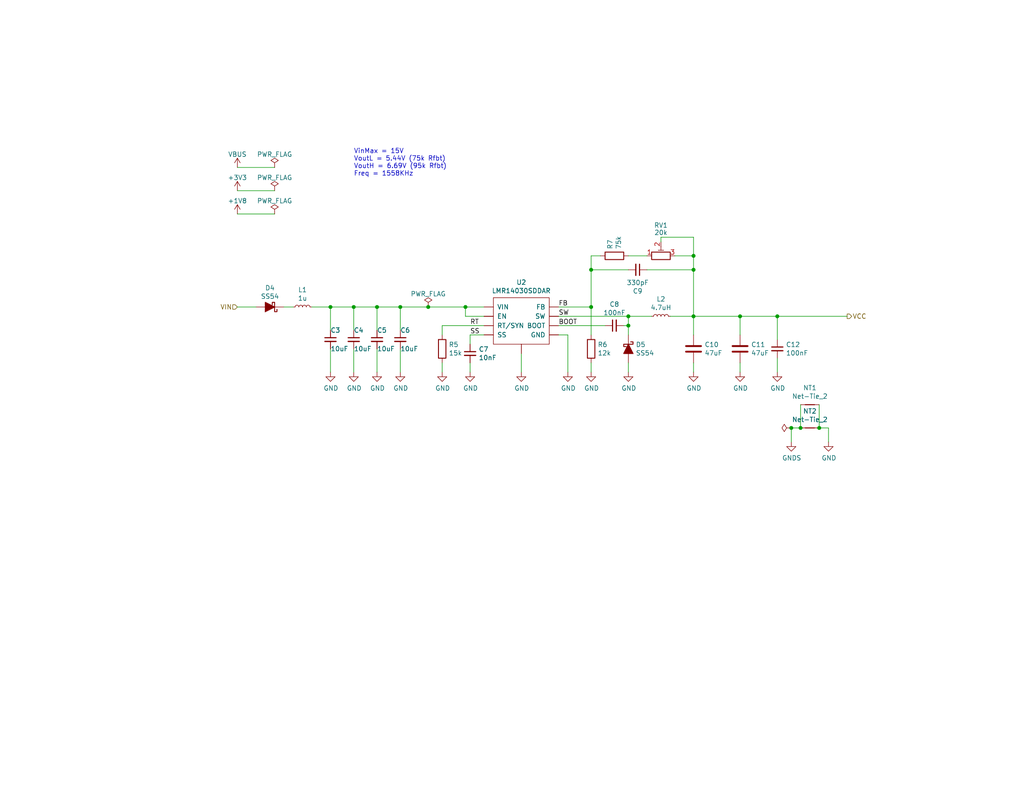
<source format=kicad_sch>
(kicad_sch (version 20211123) (generator eeschema)
  (paper "USLetter")
  (title_block (title "UCCM+BBB Carrier") (date "2022-10-07") (rev "1") (company "VE7XEN"))
  (lib_symbols
    (symbol "Device:C" (pin_numbers hide) (pin_names (offset 0.254))
      (property "Reference" "C" (at 0.635 2.54 0))
      (property "Value" "C" (at 0.635 -2.54 0))
      (symbol "C_0_1"
        (polyline (pts (xy -2.032 -0.762) (xy 2.032 -0.762)) (stroke (width 0.508)))
        (polyline (pts (xy -2.032 0.762) (xy 2.032 0.762)) (stroke (width 0.508)))
      )
      (symbol "C_1_1"
        (pin passive line (at 0 3.81 270) (length 2.794) (name "~") (number "1"))
        (pin passive line (at 0 -3.81 90) (length 2.794) (name "~") (number "2"))
      )
    )
    (symbol "Device:C_Small" (pin_numbers hide) (pin_names (offset 0.254) hide)
      (property "Reference" "C" (at 0.254 1.778 0))
      (property "Value" "C_Small" (at 0.254 -2.032 0))
      (symbol "C_Small_0_1"
        (polyline (pts (xy -1.524 -0.508) (xy 1.524 -0.508)) (stroke (width 0.3302)))
        (polyline (pts (xy -1.524 0.508) (xy 1.524 0.508)) (stroke (width 0.3048)))
      )
      (symbol "C_Small_1_1"
        (pin passive line (at 0 2.54 270) (length 2.032) (name "~") (number "1"))
        (pin passive line (at 0 -2.54 90) (length 2.032) (name "~") (number "2"))
      )
    )
    (symbol "Device:D_Schottky_Filled" (pin_numbers hide) (pin_names (offset 1.016) hide)
      (property "Reference" "D" (at 0 2.54 0))
      (property "Value" "D_Schottky_Filled" (at 0 -2.54 0))
      (symbol "D_Schottky_Filled_0_1"
        (polyline (pts (xy 1.27 0) (xy -1.27 0)))
        (polyline (pts (xy 1.27 1.27) (xy 1.27 -1.27) (xy -1.27 0) (xy 1.27 1.27)) (stroke (width 0.254)) (fill (type outline)))
        (polyline (pts (xy -1.905 0.635) (xy -1.905 1.27) (xy -1.27 1.27) (xy -1.27 -1.27) (xy -0.635 -1.27) (xy -0.635 -0.635)) (stroke (width 0.254)))
      )
      (symbol "D_Schottky_Filled_1_1"
        (pin passive line (at -3.81 0 0) (length 2.54) (name "K") (number "1"))
        (pin passive line (at 3.81 0 180) (length 2.54) (name "A") (number "2"))
      )
    )
    (symbol "Device:L_Small" (pin_numbers hide) (pin_names (offset 0.254) hide)
      (property "Reference" "L" (at 0.762 1.016 0))
      (property "Value" "L_Small" (at 0.762 -1.016 0))
      (symbol "L_Small_0_1"
        (arc (start 0 -2.032) (mid 0.508 -1.524) (end 0 -1.016))
        (arc (start 0 -1.016) (mid 0.508 -0.508) (end 0 0))
        (arc (start 0 0) (mid 0.508 0.508) (end 0 1.016))
        (arc (start 0 1.016) (mid 0.508 1.524) (end 0 2.032))
      )
      (symbol "L_Small_1_1"
        (pin passive line (at 0 2.54 270) (length 0.508) (name "~") (number "1"))
        (pin passive line (at 0 -2.54 90) (length 0.508) (name "~") (number "2"))
      )
    )
    (symbol "Device:R" (pin_numbers hide) (pin_names (offset 0))
      (property "Reference" "R" (at 2.032 0 90))
      (property "Value" "R" (at 0 0 90))
      (symbol "R_0_1"
        (rectangle (start -1.016 -2.54) (end 1.016 2.54) (stroke (width 0.254)))
      )
      (symbol "R_1_1"
        (pin passive line (at 0 3.81 270) (length 1.27) (name "~") (number "1"))
        (pin passive line (at 0 -3.81 90) (length 1.27) (name "~") (number "2"))
      )
    )
    (symbol "gpsdo-connector-rescue:D_Schottky_ALT-Device" (pin_numbers hide) (pin_names (offset 1.016) hide)
      (property "Reference" "D" (at 0 2.54 0))
      (property "Value" "D_Schottky_ALT-Device" (at 0 -2.54 0))
      (symbol "D_Schottky_ALT-Device_0_1"
        (polyline (pts (xy 1.27 0) (xy -1.27 0)))
        (polyline (pts (xy 1.27 1.27) (xy 1.27 -1.27) (xy -1.27 0) (xy 1.27 1.27)) (stroke (width 0.254)) (fill (type outline)))
        (polyline (pts (xy -1.905 0.635) (xy -1.905 1.27) (xy -1.27 1.27) (xy -1.27 -1.27) (xy -0.635 -1.27) (xy -0.635 -0.635)) (stroke (width 0.254)))
      )
      (symbol "D_Schottky_ALT-Device_1_1"
        (pin passive line (at -3.81 0 0) (length 2.54) (name "K") (number "1"))
        (pin passive line (at 3.81 0 180) (length 2.54) (name "A") (number "2"))
      )
    )
    (symbol "gpsdo-connector-rescue:LMR14030-project-psu-lmr14030-rescue" (pin_numbers hide) (pin_names (offset 1.016))
      (property "Reference" "U" (at -5.08 -2.54 0))
      (property "Value" "LMR14030-project-psu-lmr14030-rescue" (at 3.81 -2.54 0))
      (symbol "LMR14030-project-psu-lmr14030-rescue_0_1"
        (rectangle (start -6.35 -3.81) (end 8.89 -16.51))
      )
      (symbol "LMR14030-project-psu-lmr14030-rescue_1_1"
        (pin output line (at 11.43 -11.43 180) (length 2.54) (name "BOOT") (number "1"))
        (pin power_in line (at -8.89 -6.35 0) (length 2.54) (name "VIN") (number "2"))
        (pin input line (at -8.89 -8.89 0) (length 2.54) (name "EN") (number "3"))
        (pin input line (at -8.89 -11.43 0) (length 2.54) (name "RT/SYN") (number "4"))
        (pin input line (at 11.43 -6.35 180) (length 2.54) (name "FB") (number "5"))
        (pin passive line (at -8.89 -13.97 0) (length 2.54) (name "SS") (number "6"))
        (pin passive line (at 11.43 -13.97 180) (length 2.54) (name "GND") (number "7"))
        (pin open_emitter line (at 11.43 -8.89 180) (length 2.54) (name "SW") (number "8"))
        (pin passive line (at 1.27 -19.05 90) (length 2.54) (name "~") (number "9"))
      )
    )
    (symbol "gpsdo-connector-rescue:Net-Tie_2-Device" (pin_numbers hide) (pin_names (offset 0) hide)
      (property "Reference" "NT" (at 0 1.27 0))
      (property "Value" "Net-Tie_2-Device" (at 0 -1.27 0))
      (symbol "Net-Tie_2-Device_0_1"
        (polyline (pts (xy -1.27 0) (xy 1.27 0)) (stroke (width 0.254)))
      )
      (symbol "Net-Tie_2-Device_1_1"
        (pin passive line (at -2.54 0 0) (length 2.54) (name "1") (number "1"))
        (pin passive line (at 2.54 0 180) (length 2.54) (name "2") (number "2"))
      )
    )
    (symbol "gpsdo-connector-rescue:R_POT_TRIM-Device" (pin_names (offset 1.016) hide)
      (property "Reference" "RV" (at -4.445 0 90))
      (property "Value" "R_POT_TRIM-Device" (at -2.54 0 90))
      (symbol "R_POT_TRIM-Device_0_1"
        (polyline (pts (xy 1.524 0.762) (xy 1.524 -0.762)))
        (polyline (pts (xy 2.54 0) (xy 1.524 0)))
        (rectangle (start 1.016 2.54) (end -1.016 -2.54) (stroke (width 0.254)))
      )
      (symbol "R_POT_TRIM-Device_1_1"
        (pin passive line (at 0 3.81 270) (length 1.27) (name "1") (number "1"))
        (pin passive line (at 3.81 0 180) (length 1.27) (name "2") (number "2"))
        (pin passive line (at 0 -3.81 90) (length 1.27) (name "3") (number "3"))
      )
    )
    (symbol "power:+1V8" (power) (pin_names (offset 0))
      (property "Value" "+1V8" (at 0 3.556 0))
      (symbol "+1V8_0_1"
        (polyline (pts (xy -0.762 1.27) (xy 0 2.54)))
        (polyline (pts (xy 0 0) (xy 0 2.54)))
        (polyline (pts (xy 0 2.54) (xy 0.762 1.27)))
      )
      (symbol "+1V8_1_1"
        (pin power_in line (at 0 0 90) (length 0) hide (name "+1V8") (number "1"))
      )
    )
    (symbol "power:+3V3" (power) (pin_names (offset 0))
      (property "Value" "+3V3" (at 0 3.556 0))
      (symbol "+3V3_0_1"
        (polyline (pts (xy -0.762 1.27) (xy 0 2.54)))
        (polyline (pts (xy 0 0) (xy 0 2.54)))
        (polyline (pts (xy 0 2.54) (xy 0.762 1.27)))
      )
      (symbol "+3V3_1_1"
        (pin power_in line (at 0 0 90) (length 0) hide (name "+3V3") (number "1"))
      )
    )
    (symbol "power:GND" (power) (pin_names (offset 0))
      (property "Value" "GND" (at 0 -3.81 0))
      (symbol "GND_0_1"
        (polyline (pts (xy 0 0) (xy 0 -1.27) (xy 1.27 -1.27) (xy 0 -2.54) (xy -1.27 -1.27) (xy 0 -1.27)))
      )
      (symbol "GND_1_1"
        (pin power_in line (at 0 0 270) (length 0) hide (name "GND") (number "1"))
      )
    )
    (symbol "power:GNDS" (power) (pin_names (offset 0))
      (property "Value" "GNDS" (at 0 -3.81 0))
      (symbol "GNDS_0_1"
        (polyline (pts (xy 0 0) (xy 0 -1.27) (xy 1.27 -1.27) (xy 0 -2.54) (xy -1.27 -1.27) (xy 0 -1.27)))
      )
      (symbol "GNDS_1_1"
        (pin power_in line (at 0 0 270) (length 0) hide (name "GNDS") (number "1"))
      )
    )
    (symbol "power:PWR_FLAG" (power) (pin_numbers hide) (pin_names (offset 0) hide)
      (property "Value" "PWR_FLAG" (at 0 3.81 0))
      (symbol "PWR_FLAG_0_0"
        (pin power_out line (at 0 0 90) (length 0) (name "pwr") (number "1"))
      )
      (symbol "PWR_FLAG_0_1"
        (polyline (pts (xy 0 0) (xy 0 1.27) (xy -1.016 1.905) (xy 0 2.54) (xy 1.016 1.905) (xy 0 1.27)))
      )
    )
    (symbol "power:VBUS" (power) (pin_names (offset 0))
      (property "Value" "VBUS" (at 0 3.81 0))
      (symbol "VBUS_0_1"
        (polyline (pts (xy -0.762 1.27) (xy 0 2.54)))
        (polyline (pts (xy 0 0) (xy 0 2.54)))
        (polyline (pts (xy 0 2.54) (xy 0.762 1.27)))
      )
      (symbol "VBUS_1_1"
        (pin power_in line (at 0 0 90) (length 0) hide (name "VBUS") (number "1"))
      )
    )
  )
  (junction (at 90.17 83.82))
  (junction (at 189.23 73.66))
  (junction (at 212.09 86.36))
  (junction (at 189.23 86.36))
  (junction (at 161.29 73.66))
  (junction (at 189.23 69.85))
  (junction (at 127 83.82))
  (junction (at 218.44 116.84))
  (junction (at 171.45 88.9))
  (junction (at 161.29 83.82))
  (junction (at 201.93 86.36))
  (junction (at 109.22 83.82))
  (junction (at 223.52 116.84))
  (junction (at 96.52 83.82))
  (junction (at 171.45 86.36))
  (junction (at 116.84 83.82))
  (junction (at 215.9 116.84))
  (junction (at 102.87 83.82))
  (wire (pts (xy 189.23 86.36) (xy 201.93 86.36)))
  (wire (pts (xy 64.77 52.07) (xy 74.93 52.07)))
  (wire (pts (xy 215.9 120.65) (xy 215.9 116.84)))
  (wire (pts (xy 223.52 110.49) (xy 223.52 116.84)))
  (wire (pts (xy 170.18 88.9) (xy 171.45 88.9)))
  (wire (pts (xy 184.15 69.85) (xy 189.23 69.85)))
  (wire (pts (xy 226.06 116.84) (xy 223.52 116.84)))
  (wire (pts (xy 189.23 86.36) (xy 189.23 91.44)))
  (wire (pts (xy 120.65 99.06) (xy 120.65 101.6)))
  (wire (pts (xy 132.08 88.9) (xy 120.65 88.9)))
  (wire (pts (xy 171.45 69.85) (xy 176.53 69.85)))
  (wire (pts (xy 64.77 45.72) (xy 74.93 45.72)))
  (wire (pts (xy 85.09 83.82) (xy 90.17 83.82)))
  (wire (pts (xy 152.4 88.9) (xy 165.1 88.9)))
  (wire (pts (xy 102.87 95.25) (xy 102.87 101.6)))
  (wire (pts (xy 201.93 86.36) (xy 201.93 91.44)))
  (wire (pts (xy 96.52 95.25) (xy 96.52 101.6)))
  (wire (pts (xy 189.23 99.06) (xy 189.23 101.6)))
  (wire (pts (xy 176.53 73.66) (xy 189.23 73.66)))
  (wire (pts (xy 152.4 86.36) (xy 171.45 86.36)))
  (wire (pts (xy 171.45 88.9) (xy 171.45 86.36)))
  (wire (pts (xy 109.22 83.82) (xy 109.22 90.17)))
  (wire (pts (xy 96.52 83.82) (xy 96.52 90.17)))
  (wire (pts (xy 161.29 83.82) (xy 161.29 91.44)))
  (wire (pts (xy 116.84 83.82) (xy 109.22 83.82)))
  (wire (pts (xy 180.34 64.77) (xy 189.23 64.77)))
  (wire (pts (xy 64.77 58.42) (xy 74.93 58.42)))
  (wire (pts (xy 90.17 95.25) (xy 90.17 101.6)))
  (wire (pts (xy 154.94 91.44) (xy 154.94 101.6)))
  (wire (pts (xy 189.23 64.77) (xy 189.23 69.85)))
  (wire (pts (xy 132.08 91.44) (xy 128.27 91.44)))
  (wire (pts (xy 127 86.36) (xy 127 83.82)))
  (wire (pts (xy 152.4 91.44) (xy 154.94 91.44)))
  (wire (pts (xy 64.77 83.82) (xy 69.85 83.82)))
  (wire (pts (xy 171.45 99.06) (xy 171.45 101.6)))
  (wire (pts (xy 218.44 110.49) (xy 218.44 116.84)))
  (wire (pts (xy 96.52 83.82) (xy 102.87 83.82)))
  (wire (pts (xy 132.08 86.36) (xy 127 86.36)))
  (wire (pts (xy 189.23 69.85) (xy 189.23 73.66)))
  (wire (pts (xy 161.29 69.85) (xy 161.29 73.66)))
  (wire (pts (xy 90.17 83.82) (xy 96.52 83.82)))
  (wire (pts (xy 102.87 83.82) (xy 102.87 90.17)))
  (wire (pts (xy 163.83 69.85) (xy 161.29 69.85)))
  (wire (pts (xy 109.22 95.25) (xy 109.22 101.6)))
  (wire (pts (xy 90.17 83.82) (xy 90.17 90.17)))
  (wire (pts (xy 201.93 86.36) (xy 212.09 86.36)))
  (wire (pts (xy 212.09 86.36) (xy 231.14 86.36)))
  (wire (pts (xy 171.45 73.66) (xy 161.29 73.66)))
  (wire (pts (xy 77.47 83.82) (xy 80.01 83.82)))
  (wire (pts (xy 215.9 116.84) (xy 218.44 116.84)))
  (wire (pts (xy 171.45 88.9) (xy 171.45 91.44)))
  (wire (pts (xy 171.45 86.36) (xy 177.8 86.36)))
  (wire (pts (xy 120.65 88.9) (xy 120.65 91.44)))
  (wire (pts (xy 102.87 83.82) (xy 109.22 83.82)))
  (wire (pts (xy 226.06 120.65) (xy 226.06 116.84)))
  (wire (pts (xy 128.27 91.44) (xy 128.27 93.98)))
  (wire (pts (xy 180.34 66.04) (xy 180.34 64.77)))
  (wire (pts (xy 201.93 99.06) (xy 201.93 101.6)))
  (wire (pts (xy 127 83.82) (xy 116.84 83.82)))
  (wire (pts (xy 128.27 99.06) (xy 128.27 101.6)))
  (wire (pts (xy 132.08 83.82) (xy 127 83.82)))
  (wire (pts (xy 212.09 97.79) (xy 212.09 101.6)))
  (wire (pts (xy 161.29 99.06) (xy 161.29 101.6)))
  (wire (pts (xy 212.09 86.36) (xy 212.09 92.71)))
  (wire (pts (xy 152.4 83.82) (xy 161.29 83.82)))
  (wire (pts (xy 182.88 86.36) (xy 189.23 86.36)))
  (wire (pts (xy 189.23 73.66) (xy 189.23 86.36)))
  (wire (pts (xy 161.29 73.66) (xy 161.29 83.82)))
  (wire (pts (xy 142.24 96.52) (xy 142.24 101.6)))
  (text "VinMax = 15V\nVoutL = 5.44V (75k Rfbt)\nVoutH = 6.69V (95k Rfbt)\nFreq = 1558KHz" (at 96.52 48.26 0) (effects (font (size 1.27 1.27)) (justify left bottom)))
  (label "RT" (at 128.27 88.9 0))
  (label "FB" (at 152.4 83.82 0))
  (label "SW" (at 152.4 86.36 0))
  (label "SS" (at 128.27 91.44 0))
  (label "BOOT" (at 152.4 88.9 0))
  (hierarchical_label "VCC" (shape output) (at 231.14 86.36 0))
  (hierarchical_label "VIN" (shape input) (at 64.77 83.82 180))
  (symbol (lib_id "power:GND") (at 142.24 101.6 0) (unit 1)
    (property "Reference" "#PWR031" (effects hide))
    (property "Value" "GND" (at 142.367 105.9942 0))
  )
  (symbol (lib_id "power:GND") (at 154.94 101.6 0) (unit 1)
    (property "Reference" "#PWR032" (effects hide))
    (property "Value" "GND" (at 155.067 105.9942 0))
  )
  (symbol (lib_id "gpsdo-connector-rescue:LMR14030-project-psu-lmr14030-rescue") (at 140.97 77.47 0) (unit 1)
    (property "Reference" "U2" (at 142.24 77.089 0))
    (property "Value" "LMR14030SDDAR" (at 142.24 79.4004 0))
    (property "Footprint" "Package_SO:TI_SO-PowerPAD-8" (effects hide))
    (property "LCSC" "C182078" (effects hide))
  )
  (symbol (lib_id "gpsdo-connector-rescue:D_Schottky_ALT-Device") (at 171.45 95.25 270) (unit 1)
    (property "Reference" "D5" (at 173.4566 94.0816 90) (effects (justify left)))
    (property "Value" "SS54" (at 173.4566 96.393 90) (effects (justify left)))
    (property "Footprint" "Diode_SMD:D_SMA" (effects hide))
    (property "LCSC" "C22452" (effects hide))
  )
  (symbol (lib_id "power:GND") (at 171.45 101.6 0) (unit 1)
    (property "Reference" "#PWR034" (effects hide))
    (property "Value" "GND" (at 171.577 105.9942 0))
  )
  (symbol (lib_id "Device:C_Small") (at 167.64 88.9 90) (unit 1)
    (property "Reference" "C8" (at 167.64 83.0834 90))
    (property "Value" "100nF" (at 167.64 85.3948 90))
    (property "Footprint" "Capacitor_SMD:C_0805_2012Metric_Pad1.18x1.45mm_HandSolder" (effects hide))
    (property "LCSC" "C49678" (effects hide))
  )
  (symbol (lib_id "Device:L_Small") (at 180.34 86.36 90) (unit 1)
    (property "Reference" "L2" (at 180.34 81.661 90))
    (property "Value" "4.7uH" (at 180.34 83.9724 90))
    (property "Footprint" "Inductor_SMD:L_Abracon_ASPI-0630LR" (effects hide))
    (property "MPN" "MCS0630-4R7MN2" (effects hide))
    (property "LCSC" "C385253" (effects hide))
  )
  (symbol (lib_id "Device:C_Small") (at 109.22 92.71 0) (unit 1)
    (property "Reference" "C6" (at 109.22 90.17 0) (effects (justify left)))
    (property "Value" "10uF" (at 109.22 95.25 0) (effects (justify left)))
    (property "Footprint" "Capacitor_SMD:C_1206_3216Metric_Pad1.33x1.80mm_HandSolder" (effects hide))
    (property "LCSC" "C1848" (effects hide))
  )
  (symbol (lib_id "power:GND") (at 109.22 101.6 0) (unit 1)
    (property "Reference" "#PWR028" (effects hide))
    (property "Value" "GND" (at 109.347 105.9942 0))
  )
  (symbol (lib_id "Device:C_Small") (at 128.27 96.52 0) (unit 1)
    (property "Reference" "C7" (at 130.6068 95.3516 0) (effects (justify left)))
    (property "Value" "10nF" (at 130.6068 97.663 0) (effects (justify left)))
    (property "Footprint" "Capacitor_SMD:C_0805_2012Metric_Pad1.18x1.45mm_HandSolder" (effects hide))
    (property "LCSC" "C1710" (effects hide))
  )
  (symbol (lib_id "power:GND") (at 128.27 101.6 0) (unit 1)
    (property "Reference" "#PWR030" (effects hide))
    (property "Value" "GND" (at 128.397 105.9942 0))
  )
  (symbol (lib_id "Device:R") (at 161.29 95.25 0) (unit 1)
    (property "Reference" "R6" (at 163.068 94.0816 0) (effects (justify left)))
    (property "Value" "12k" (at 163.068 96.393 0) (effects (justify left)))
    (property "Footprint" "Resistor_SMD:R_0805_2012Metric_Pad1.20x1.40mm_HandSolder" (effects hide))
    (property "LCSC" "C17444" (effects hide))
  )
  (symbol (lib_id "power:GND") (at 161.29 101.6 0) (unit 1)
    (property "Reference" "#PWR033" (effects hide))
    (property "Value" "GND" (at 161.417 105.9942 0))
  )
  (symbol (lib_id "Device:R") (at 120.65 95.25 0) (unit 1)
    (property "Reference" "R5" (at 122.428 94.0816 0) (effects (justify left)))
    (property "Value" "15k" (at 122.428 96.393 0) (effects (justify left)))
    (property "Footprint" "Resistor_SMD:R_0805_2012Metric_Pad1.20x1.40mm_HandSolder" (effects hide))
    (property "LCSC" "C17475" (effects hide))
  )
  (symbol (lib_id "power:GND") (at 120.65 101.6 0) (unit 1)
    (property "Reference" "#PWR029" (effects hide))
    (property "Value" "GND" (at 120.777 105.9942 0))
  )
  (symbol (lib_id "Device:C") (at 189.23 95.25 0) (unit 1)
    (property "Reference" "C10" (at 192.2272 94.0816 0) (effects (justify left)))
    (property "Value" "47uF" (at 192.2272 96.393 0) (effects (justify left)))
    (property "Footprint" "Capacitor_SMD:C_1206_3216Metric_Pad1.33x1.80mm_HandSolder" (effects hide))
    (property "LCSC" "C96123" (effects hide))
  )
  (symbol (lib_id "power:GND") (at 189.23 101.6 0) (unit 1)
    (property "Reference" "#PWR035" (effects hide))
    (property "Value" "GND" (at 189.357 105.9942 0))
  )
  (symbol (lib_id "Device:R") (at 167.64 69.85 90) (unit 1)
    (property "Reference" "R7" (at 166.4716 68.072 0) (effects (justify left)))
    (property "Value" "75k" (at 168.783 68.072 0) (effects (justify left)))
    (property "Footprint" "Resistor_SMD:R_0805_2012Metric_Pad1.20x1.40mm_HandSolder" (effects hide))
    (property "LCSC" "C17819" (effects hide))
  )
  (symbol (lib_id "gpsdo-connector-rescue:R_POT_TRIM-Device") (at 180.34 69.85 90) (unit 1)
    (property "Reference" "RV1" (at 180.34 62.23 90) (effects (justify top)))
    (property "Value" "20k" (at 180.34 63.5 90))
    (property "Footprint" "project:Trimpot_Bourns_3313J-1" (effects hide))
    (property "MPN" "3313J-1-203E" (effects hide))
    (property "LCSC" "C124621" (effects hide))
  )
  (symbol (lib_id "Device:C_Small") (at 173.99 73.66 270) (unit 1)
    (property "Reference" "C9" (at 173.99 79.4766 90))
    (property "Value" "330pF" (at 173.99 77.1652 90))
    (property "Footprint" "Capacitor_SMD:C_0805_2012Metric_Pad1.18x1.45mm_HandSolder" (effects hide))
    (property "LCSC" "C51207" (effects hide))
  )
  (symbol (lib_id "Device:C_Small") (at 102.87 92.71 0) (unit 1)
    (property "Reference" "C5" (at 102.87 90.17 0) (effects (justify left)))
    (property "Value" "10uF" (at 102.87 95.25 0) (effects (justify left)))
    (property "Footprint" "Capacitor_SMD:C_1206_3216Metric_Pad1.33x1.80mm_HandSolder" (effects hide))
    (property "LCSC" "C1848" (effects hide))
  )
  (symbol (lib_id "Device:C") (at 201.93 95.25 0) (unit 1)
    (property "Reference" "C11" (at 204.9272 94.0816 0) (effects (justify left)))
    (property "Value" "47uF" (at 204.9272 96.393 0) (effects (justify left)))
    (property "Footprint" "Capacitor_SMD:C_1206_3216Metric_Pad1.33x1.80mm_HandSolder" (effects hide))
    (property "LCSC" "C96123" (effects hide))
  )
  (symbol (lib_id "power:GND") (at 102.87 101.6 0) (unit 1)
    (property "Reference" "#PWR027" (effects hide))
    (property "Value" "GND" (at 102.997 105.9942 0))
  )
  (symbol (lib_id "power:GND") (at 201.93 101.6 0) (unit 1)
    (property "Reference" "#PWR036" (effects hide))
    (property "Value" "GND" (at 202.057 105.9942 0))
  )
  (symbol (lib_id "Device:C_Small") (at 212.09 95.25 0) (unit 1)
    (property "Reference" "C12" (at 214.4268 94.0816 0) (effects (justify left)))
    (property "Value" "100nF" (at 214.4268 96.393 0) (effects (justify left)))
    (property "Footprint" "Capacitor_SMD:C_0805_2012Metric_Pad1.18x1.45mm_HandSolder" (effects hide))
    (property "LCSC" "C49678" (effects hide))
  )
  (symbol (lib_id "power:GND") (at 212.09 101.6 0) (unit 1)
    (property "Reference" "#PWR037" (effects hide))
    (property "Value" "GND" (at 212.217 105.9942 0))
  )
  (symbol (lib_id "Device:D_Schottky_Filled") (at 73.66 83.82 180) (unit 1)
    (property "Reference" "D4" (at 73.66 78.613 0))
    (property "Value" "SS54" (at 73.66 80.9244 0))
    (property "Footprint" "Diode_SMD:D_SMA" (effects hide))
    (property "LCSC" "C22452" (effects hide))
  )
  (symbol (lib_id "Device:L_Small") (at 82.55 83.82 90) (unit 1)
    (property "Reference" "L1" (at 82.55 79.121 90))
    (property "Value" "1u" (at 82.55 81.4324 90))
    (property "Footprint" "Inductor_SMD:L_1206_3216Metric_Pad1.22x1.90mm_HandSolder" (effects hide))
  )
  (symbol (lib_id "gpsdo-connector-rescue:Net-Tie_2-Device") (at 220.98 116.84 0) (unit 1)
    (property "Reference" "NT2" (at 220.98 112.2426 0))
    (property "Value" "Net-Tie_2" (at 220.98 114.554 0))
    (property "Footprint" "NetTie:NetTie-2_SMD_Pad2.0mm" (effects hide))
  )
  (symbol (lib_id "power:GND") (at 226.06 120.65 0) (unit 1)
    (property "Reference" "#PWR039" (effects hide))
    (property "Value" "GND" (at 226.187 125.0442 0))
  )
  (symbol (lib_id "power:GNDS") (at 215.9 120.65 0) (unit 1)
    (property "Reference" "#PWR038" (effects hide))
    (property "Value" "GNDS" (at 216.027 125.0442 0))
  )
  (symbol (lib_id "power:PWR_FLAG") (at 215.9 116.84 90) (unit 1)
    (property "Reference" "#FLG04" (effects hide))
    (property "Value" "PWR_FLAG" (effects hide))
  )
  (symbol (lib_id "power:PWR_FLAG") (at 116.84 83.82 0) (unit 1)
    (property "Reference" "#FLG0102" (effects hide))
    (property "Value" "PWR_FLAG" (at 116.84 80.2442 0))
  )
  (symbol (lib_id "power:GND") (at 96.52 101.6 0) (unit 1)
    (property "Reference" "#PWR026" (effects hide))
    (property "Value" "GND" (at 96.647 105.9942 0))
  )
  (symbol (lib_id "Device:C_Small") (at 90.17 92.71 0) (unit 1)
    (property "Reference" "C3" (at 90.17 90.17 0) (effects (justify left)))
    (property "Value" "10uF" (at 90.17 95.25 0) (effects (justify left)))
    (property "Footprint" "Capacitor_SMD:C_1206_3216Metric_Pad1.33x1.80mm_HandSolder" (effects hide))
    (property "LCSC" "C1848" (effects hide))
  )
  (symbol (lib_id "power:VBUS") (at 64.77 45.72 0) (unit 1)
    (property "Reference" "#PWR0105" (effects hide))
    (property "Value" "VBUS" (at 64.77 42.1442 0))
  )
  (symbol (lib_id "Device:C_Small") (at 96.52 92.71 0) (unit 1)
    (property "Reference" "C4" (at 96.52 90.17 0) (effects (justify left)))
    (property "Value" "10uF" (at 96.52 95.25 0) (effects (justify left)))
    (property "Footprint" "Capacitor_SMD:C_1206_3216Metric_Pad1.33x1.80mm_HandSolder" (effects hide))
    (property "LCSC" "C1848" (effects hide))
  )
  (symbol (lib_id "power:PWR_FLAG") (at 74.93 45.72 0) (unit 1)
    (property "Reference" "#FLG0104" (effects hide))
    (property "Value" "PWR_FLAG" (at 74.93 42.1442 0))
  )
  (symbol (lib_id "power:GND") (at 90.17 101.6 0) (unit 1)
    (property "Reference" "#PWR025" (effects hide))
    (property "Value" "GND" (at 90.297 105.9942 0))
  )
  (symbol (lib_id "power:+1V8") (at 64.77 58.42 0) (unit 1)
    (property "Reference" "#PWR0106" (effects hide))
    (property "Value" "+1V8" (at 64.77 54.8442 0))
  )
  (symbol (lib_id "gpsdo-connector-rescue:Net-Tie_2-Device") (at 220.98 110.49 0) (unit 1)
    (property "Reference" "NT1" (at 220.98 105.8926 0))
    (property "Value" "Net-Tie_2" (at 220.98 108.204 0))
    (property "Footprint" "NetTie:NetTie-2_SMD_Pad2.0mm" (effects hide))
  )
  (symbol (lib_id "power:PWR_FLAG") (at 74.93 58.42 0) (unit 1)
    (property "Reference" "#FLG0105" (effects hide))
    (property "Value" "PWR_FLAG" (at 74.93 54.8442 0))
  )
  (symbol (lib_id "power:+3V3") (at 64.77 52.07 0) (unit 1)
    (property "Reference" "#PWR0101" (effects hide))
    (property "Value" "+3V3" (at 64.77 48.4942 0))
  )
  (symbol (lib_id "power:PWR_FLAG") (at 74.93 52.07 0) (unit 1)
    (property "Reference" "#FLG0101" (effects hide))
    (property "Value" "PWR_FLAG" (at 74.93 48.4942 0))
  )
)
</source>
